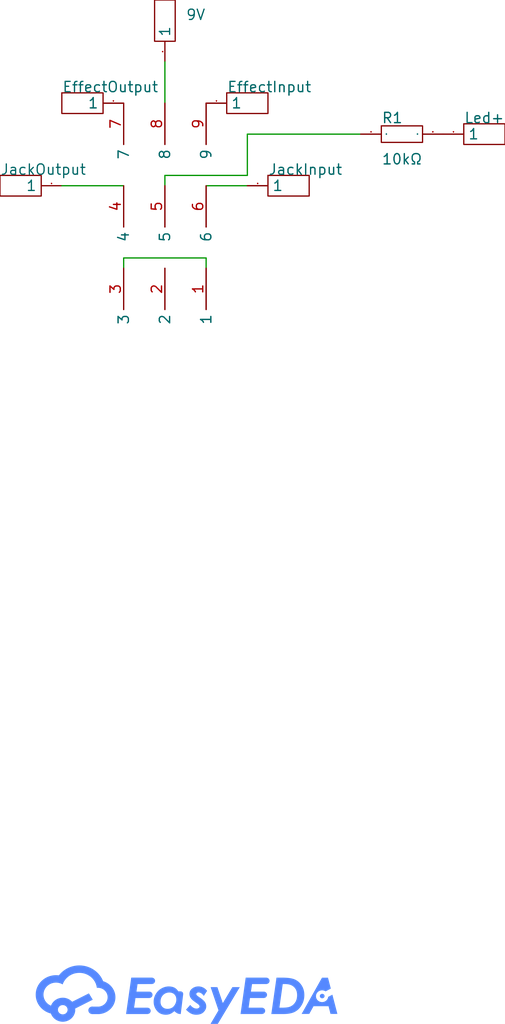
<source format=kicad_sch>
(kicad_sch (version 20250114) (generator "eeschema") (generator_version "9.0")
  (paper "User" 62.23 126.035)
  (lib_symbols
    (symbol "ProPrj_Tes-easyedapro:3pdt"
      (symbol "3pdt_1_0"
        (pin input line (at -55.88 50.8 270) (length 5.08) (name "7") (number "7"))
        (pin input line (at -55.88 40.64 270) (length 5.08) (name "4") (number "4"))
        (pin input line (at -55.88 30.48 270) (length 5.08) (name "3") (number "3"))
        (pin input line (at -50.8 50.8 270) (length 5.08) (name "8") (number "8"))
        (pin input line (at -50.8 40.64 270) (length 5.08) (name "5") (number "5"))
        (pin input line (at -50.8 30.48 270) (length 5.08) (name "2") (number "2"))
        (pin input line (at -45.72 50.8 270) (length 5.08) (name "9") (number "9"))
        (pin input line (at -45.72 40.64 270) (length 5.08) (name "6") (number "6"))
        (pin input line (at -45.72 30.48 270) (length 5.08) (name "1") (number "1"))
      )
    )
    (symbol "ProPrj_Tes-easyedapro:Drawing-Symbol_A4")
    (symbol "ProPrj_Tes-easyedapro:HDR_1x1"
      (symbol "HDR_1x1_1_0"
        (pin unspecified line (at -5.08 0 0) (length 2.54) (name "1") (number "1"))
      )
    )
    (symbol "ProPrj_Tes-easyedapro:Res"
      (symbol "Res_1_0"
        (pin input line (at -5.08 0 0) (length 2.54) (name "1") (number "1"))
        (pin input line (at 5.08 0 180) (length 2.54) (name "2") (number "2"))
      )
    )
  )
  (wire (pts (xy 20.32 21.59) (xy 20.32 22.86)))
  (wire (pts (xy 25.4 31.75) (xy 15.24 31.75)))
  (wire (pts (xy 7.62 22.86) (xy 15.24 22.86)))
  (wire (pts (xy 20.32 12.7) (xy 20.32 7.62)))
  (wire (pts (xy 25.4 22.86) (xy 30.48 22.86)))
  (wire (pts (xy 25.4 33.02) (xy 25.4 31.75)))
  (wire (pts (xy 30.48 16.51) (xy 30.48 21.59)))
  (wire (pts (xy 15.24 31.75) (xy 15.24 33.02)))
  (wire (pts (xy 44.45 16.51) (xy 30.48 16.51)))
  (wire (pts (xy 30.48 21.59) (xy 20.32 21.59)))
  (symbol (lib_id "ProPrj_Tes-easyedapro:Res") (at 49.53 16.51 0) (unit 1)
    (property "Reference" "R1" (at 46.99 15.24 0) (effects (justify left bottom)))
    (property "Value" "10kΩ" (at 46.99 20.32 0) (effects (justify left bottom)))
    (property "Footprint" "ProPrj_Tes-easyedapro:R_AXIAL-0.4" (effects (hide yes)))
  )
  (symbol (lib_id "ProPrj_Tes-easyedapro:HDR_1x1") (at 20.32 2.54 90) (unit 1)
    (property "Reference" "9V" (at 22.86 2.54 90) (effects (justify right top)))
    (property "Footprint" "ProPrj_Tes-easyedapro:HDR-TH_1P-V-M_XKB_X4611WV-01I-C28D40" (effects (hide yes)))
  )
  (symbol (lib_id "ProPrj_Tes-easyedapro:3pdt") (at 71.12 63.5 0) (unit 1)
    (property "Reference" "U4" (effects (hide yes)))
    (property "Footprint" "ProPrj_Tes-easyedapro:3dpt" (effects (hide yes)))
  )
  (symbol (lib_id "ProPrj_Tes-easyedapro:HDR_1x1") (at 59.69 16.51 0) (unit 1)
    (property "Reference" "Led+" (at 57.15 15.24 0) (effects (justify left bottom)))
    (property "Footprint" "ProPrj_Tes-easyedapro:HDR-TH_1P-V-M_XKB_X4611WV-01I-C28D40" (effects (hide yes)))
  )
  (symbol (lib_id "ProPrj_Tes-easyedapro:HDR_1x1") (at 10.16 12.7 180) (unit 1)
    (property "Reference" "EffectOutput" (at 7.62 11.43 0) (effects (justify right top)))
    (property "Footprint" "ProPrj_Tes-easyedapro:HDR-TH_1P-V-M_XKB_X4611WV-01I-C28D40" (effects (hide yes)))
  )
  (symbol (lib_id "ProPrj_Tes-easyedapro:HDR_1x1") (at 2.54 22.86 180) (unit 1)
    (property "Reference" "JackOutput" (at 0 21.59 0) (effects (justify right top)))
    (property "Footprint" "ProPrj_Tes-easyedapro:HDR-TH_1P-V-M_XKB_X4611WV-01I-C28D40" (effects (hide yes)))
  )
  (symbol (lib_id "ProPrj_Tes-easyedapro:HDR_1x1") (at 30.48 12.7 0) (unit 1)
    (property "Reference" "EffectInput" (at 27.94 11.43 0) (effects (justify left bottom)))
    (property "Footprint" "ProPrj_Tes-easyedapro:HDR-TH_1P-V-M_XKB_X4611WV-01I-C28D40" (effects (hide yes)))
  )
  (symbol (lib_id "ProPrj_Tes-easyedapro:HDR_1x1") (at 35.56 22.86 0) (unit 1)
    (property "Reference" "JackInput" (at 33.02 21.59 0) (effects (justify left bottom)))
    (property "Footprint" "ProPrj_Tes-easyedapro:HDR-TH_1P-V-M_XKB_X4611WV-01I-C28D40" (effects (hide yes)))
  )
  (symbol (lib_id "ProPrj_Tes-easyedapro:Drawing-Symbol_A4") (at -120.65 129.54 0) (unit 1)
    (property "Reference" "?" (at -120.65 129.54 0))
    (property "Footprint" "ProPrj_Tes-easyedapro:" (effects (hide yes)))
    (property "@Board Name" "Board1" (effects (hide yes)))
    (property "@Create Date" "2025-05-26" (effects (hide yes)))
    (property "@Create Time" "19:00:56" (effects (hide yes)))
    (property "@Page Count" "1" (effects (hide yes)))
    (property "@Page Name" "P1" (effects (hide yes)))
    (property "@Page No" "1" (effects (hide yes)))
    (property "@Project Name" "Test" (effects (hide yes)))
    (property "@Schematic Name" "Schematic1" (effects (hide yes)))
    (property "@Update Date" "2025-05-26" (effects (hide yes)))
    (property "@Update Time" "15:00:55" (effects (hide yes)))
    (property "Blade Width" "10" (effects (hide yes)))
    (property "Border" "1" (effects (hide yes)))
    (property "Company" "EasyEDA.com" (effects (hide yes)))
    (property "Height" "825" (effects (hide yes)))
    (property "Page Size" "A4" (effects (hide yes)))
    (property "Region Start" "1" (effects (hide yes)))
    (property "Title Block" "1" (effects (hide yes)))
    (property "Title Block Position" "3" (effects (hide yes)))
    (property "Version" "V1.0" (effects (hide yes)))
    (property "Width" "1170" (effects (hide yes)))
    (property "X Region Count" "6" (effects (hide yes)))
    (property "Y Region Count" "4" (effects (hide yes)))
  )
)
</source>
